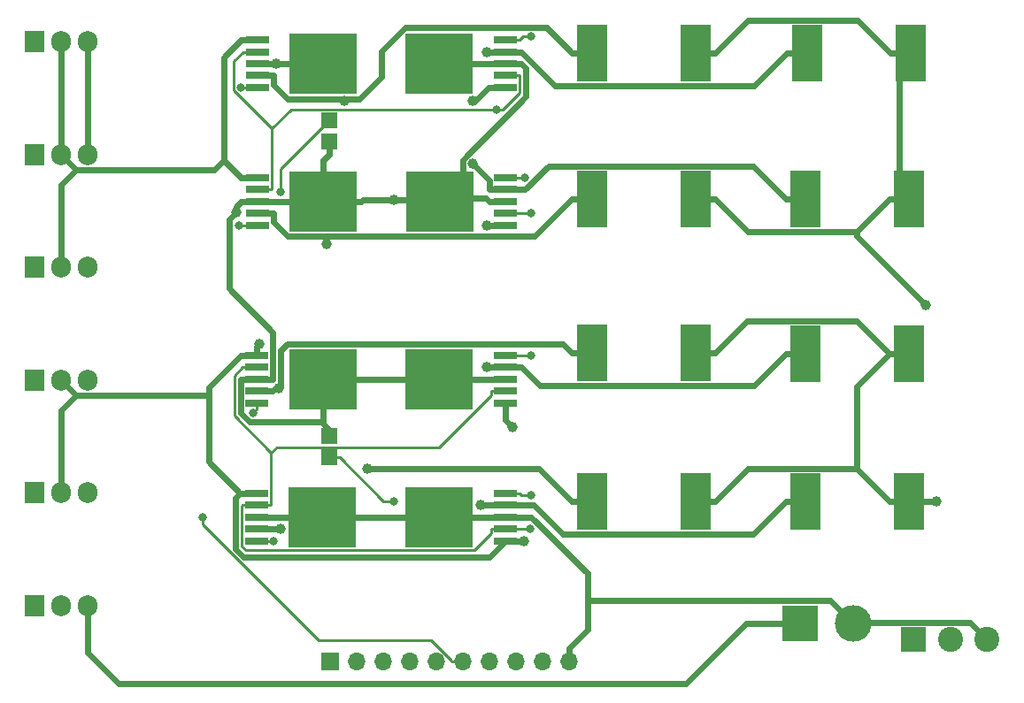
<source format=gbr>
%TF.GenerationSoftware,KiCad,Pcbnew,5.1.2-5.1.2*%
%TF.CreationDate,2019-08-03T11:47:28+02:00*%
%TF.ProjectId,TestDriverV2,54657374-4472-4697-9665-7256322e6b69,Rev 2*%
%TF.SameCoordinates,Original*%
%TF.FileFunction,Copper,L1,Top*%
%TF.FilePolarity,Positive*%
%FSLAX46Y46*%
G04 Gerber Fmt 4.6, Leading zero omitted, Abs format (unit mm)*
G04 Created by KiCad (PCBNEW 5.1.2-5.1.2) date 2019-08-03 11:47:28*
%MOMM*%
%LPD*%
G04 APERTURE LIST*
%ADD10R,2.400000X2.400000*%
%ADD11C,2.400000*%
%ADD12R,3.500120X3.500120*%
%ADD13C,3.500120*%
%ADD14R,1.700000X1.700000*%
%ADD15O,1.700000X1.700000*%
%ADD16R,1.524000X1.524000*%
%ADD17R,2.900000X5.400000*%
%ADD18R,1.905000X2.000000*%
%ADD19O,1.905000X2.000000*%
%ADD20R,6.400000X5.800000*%
%ADD21R,2.200000X0.800000*%
%ADD22C,1.000000*%
%ADD23C,0.800000*%
%ADD24C,0.600000*%
%ADD25C,0.250000*%
G04 APERTURE END LIST*
D10*
X121968000Y-163386000D03*
D11*
X125468000Y-163386000D03*
X128968000Y-163386000D03*
D12*
X111125000Y-161798000D03*
D13*
X116205000Y-161798000D03*
D14*
X66111100Y-165484000D03*
D15*
X68651100Y-165484000D03*
X71191100Y-165484000D03*
X73731100Y-165484000D03*
X76271100Y-165484000D03*
X78811100Y-165484000D03*
X81351100Y-165484000D03*
X83891100Y-165484000D03*
X86431100Y-165484000D03*
X88971100Y-165484000D03*
D16*
X66040000Y-113665000D03*
X66040000Y-115697000D03*
X66040000Y-143891000D03*
X66040000Y-145923000D03*
D17*
X91189000Y-107188000D03*
X101089000Y-107188000D03*
X91189000Y-121158000D03*
X101089000Y-121158000D03*
X121663000Y-107188000D03*
X111763000Y-107188000D03*
X121536000Y-121158000D03*
X111636000Y-121158000D03*
X101089000Y-135890000D03*
X91189000Y-135890000D03*
X101089000Y-150114000D03*
X91189000Y-150114000D03*
X111636000Y-136017000D03*
X121536000Y-136017000D03*
X111636000Y-150114000D03*
X121536000Y-150114000D03*
D18*
X37846000Y-106121000D03*
D19*
X40386000Y-106121000D03*
X42926000Y-106121000D03*
X42926000Y-116916000D03*
X40386000Y-116916000D03*
D18*
X37846000Y-116916000D03*
X37846000Y-127711000D03*
D19*
X40386000Y-127711000D03*
X42926000Y-127711000D03*
X42926000Y-138506000D03*
X40386000Y-138506000D03*
D18*
X37846000Y-138506000D03*
X37846000Y-149301000D03*
D19*
X40386000Y-149301000D03*
X42926000Y-149301000D03*
X42926000Y-160096000D03*
X40386000Y-160096000D03*
D18*
X37846000Y-160096000D03*
D20*
X65479800Y-108228000D03*
D21*
X59179800Y-110508000D03*
X59179800Y-109368000D03*
X59179800Y-108228000D03*
X59179800Y-107088000D03*
X59179800Y-105948000D03*
X59173000Y-119132000D03*
X59173000Y-120272000D03*
X59173000Y-121412000D03*
X59173000Y-122552000D03*
X59173000Y-123692000D03*
D20*
X65473000Y-121412000D03*
D21*
X82881000Y-110509000D03*
X82881000Y-109369000D03*
X82881000Y-108229000D03*
X82881000Y-107089000D03*
X82881000Y-105949000D03*
D20*
X76581000Y-108229000D03*
X76605000Y-121413000D03*
D21*
X82905000Y-119133000D03*
X82905000Y-120273000D03*
X82905000Y-121413000D03*
X82905000Y-122553000D03*
X82905000Y-123693000D03*
D20*
X65429000Y-138431000D03*
D21*
X59129000Y-140711000D03*
X59129000Y-139571000D03*
X59129000Y-138431000D03*
X59129000Y-137291000D03*
X59129000Y-136151000D03*
D20*
X65381000Y-151639000D03*
D21*
X59081000Y-153919000D03*
X59081000Y-152779000D03*
X59081000Y-151639000D03*
X59081000Y-150499000D03*
X59081000Y-149359000D03*
X82881000Y-140710000D03*
X82881000Y-139570000D03*
X82881000Y-138430000D03*
X82881000Y-137290000D03*
X82881000Y-136150000D03*
D20*
X76581000Y-138430000D03*
D21*
X82881000Y-153918000D03*
X82881000Y-152778000D03*
X82881000Y-151638000D03*
X82881000Y-150498000D03*
X82881000Y-149358000D03*
D20*
X76581000Y-151638000D03*
D22*
X72214200Y-121268200D03*
X60943400Y-108228000D03*
X57130500Y-122479200D03*
X81148600Y-123743800D03*
X79744200Y-111794100D03*
X84708900Y-153918000D03*
X83592900Y-143048600D03*
X59407600Y-135042700D03*
D23*
X57577800Y-110508000D03*
X57387300Y-123692000D03*
X85321100Y-105595800D03*
X84739700Y-119133000D03*
X58778500Y-141631600D03*
X60691100Y-153919000D03*
X85323300Y-136126600D03*
X85341000Y-149536000D03*
D22*
X67486200Y-111809300D03*
X65810300Y-125486100D03*
X81124600Y-107089000D03*
X79804100Y-117820200D03*
X61242600Y-139338200D03*
X69715100Y-146982700D03*
X61423700Y-152779000D03*
X81124700Y-137290000D03*
X80564800Y-150498000D03*
D23*
X53945800Y-151663300D03*
X61429400Y-120522600D03*
X72252100Y-150106000D03*
D22*
X123133400Y-131378500D03*
X124156000Y-150135000D03*
D23*
X82080300Y-112615700D03*
X85327000Y-122553000D03*
X85275600Y-152778000D03*
D24*
X60723300Y-121412000D02*
X65473000Y-121412000D01*
X57578700Y-138431000D02*
X57578700Y-141641200D01*
X57578700Y-141641200D02*
X58467500Y-142530000D01*
X58467500Y-142530000D02*
X65429000Y-142530000D01*
X82881000Y-151638000D02*
X84431300Y-151638000D01*
X90758500Y-159597500D02*
X90758500Y-157016400D01*
X90758500Y-157016400D02*
X85380100Y-151638000D01*
X85380100Y-151638000D02*
X84431300Y-151638000D01*
X72214200Y-121268200D02*
X69267100Y-121268200D01*
X69267100Y-121268200D02*
X69123300Y-121412000D01*
X76605000Y-121268200D02*
X72214200Y-121268200D01*
X65381000Y-151639000D02*
X59081000Y-151639000D01*
X65429000Y-142530000D02*
X65429000Y-141781300D01*
X66040000Y-143284800D02*
X65429000Y-142673800D01*
X65429000Y-142673800D02*
X65429000Y-142530000D01*
X59129000Y-138431000D02*
X57578700Y-138431000D01*
X65473000Y-121412000D02*
X69123300Y-121412000D01*
X76605000Y-121268200D02*
X76605000Y-121123400D01*
X76605000Y-121413000D02*
X76605000Y-121268200D01*
X65473000Y-121412000D02*
X65473000Y-117476300D01*
X65473000Y-117476300D02*
X66040000Y-116909300D01*
X66040000Y-115697000D02*
X66040000Y-116909300D01*
X59129000Y-138431000D02*
X60679300Y-138431000D01*
X57130500Y-122479200D02*
X56489600Y-123120100D01*
X56489600Y-123120100D02*
X56489600Y-129773000D01*
X56489600Y-129773000D02*
X60679300Y-133962700D01*
X60679300Y-133962700D02*
X60679300Y-138431000D01*
X78802400Y-121123400D02*
X81065100Y-121123400D01*
X81065100Y-121123400D02*
X81354700Y-121413000D01*
X76605000Y-121123400D02*
X78802400Y-121123400D01*
X78802400Y-121123400D02*
X78802400Y-117459900D01*
X78802400Y-117459900D02*
X84886500Y-111375800D01*
X84886500Y-111375800D02*
X84886500Y-108684200D01*
X84886500Y-108684200D02*
X84431300Y-108229000D01*
X82881000Y-108229000D02*
X84431300Y-108229000D01*
X60943400Y-108228000D02*
X65479800Y-108228000D01*
X59179800Y-108228000D02*
X60943400Y-108228000D01*
X82881000Y-108229000D02*
X76581000Y-108229000D01*
X57622700Y-121412000D02*
X57130500Y-121904200D01*
X57130500Y-121904200D02*
X57130500Y-122479200D01*
X90758500Y-159597500D02*
X90758500Y-162396300D01*
X90758500Y-162396300D02*
X88971100Y-164183700D01*
X90758500Y-159597500D02*
X114004500Y-159597500D01*
X114004500Y-159597500D02*
X116205000Y-161798000D01*
X88971100Y-165484000D02*
X88971100Y-164183700D01*
X76581000Y-151638000D02*
X82881000Y-151638000D01*
X59173000Y-121412000D02*
X57622700Y-121412000D01*
X59948200Y-121412000D02*
X59173000Y-121412000D01*
X59948200Y-121412000D02*
X60723300Y-121412000D01*
X82905000Y-121413000D02*
X81354700Y-121413000D01*
X76581000Y-138430000D02*
X72930700Y-138430000D01*
X69079300Y-138431000D02*
X72929700Y-138431000D01*
X72929700Y-138431000D02*
X72930700Y-138430000D01*
X128968000Y-163386000D02*
X127317600Y-161735600D01*
X127317600Y-161735600D02*
X116267400Y-161735600D01*
X116267400Y-161735600D02*
X116205000Y-161798000D01*
X65429000Y-138431000D02*
X69079300Y-138431000D01*
X82881000Y-138430000D02*
X76581000Y-138430000D01*
X65429000Y-138431000D02*
X65429000Y-141781300D01*
X69031300Y-151639000D02*
X69032300Y-151638000D01*
X69032300Y-151638000D02*
X76581000Y-151638000D01*
X66040000Y-143891000D02*
X66040000Y-143284800D01*
X65381000Y-151639000D02*
X69031300Y-151639000D01*
X42926000Y-116916000D02*
X42926000Y-106121000D01*
X42926000Y-164592000D02*
X42926000Y-160096000D01*
X45872707Y-167538707D02*
X42926000Y-164592000D01*
X100177293Y-167538707D02*
X45872707Y-167538707D01*
X111125000Y-161798000D02*
X105918000Y-161798000D01*
X105918000Y-161798000D02*
X100177293Y-167538707D01*
X81354700Y-123693000D02*
X81303900Y-123743800D01*
X81303900Y-123743800D02*
X81148600Y-123743800D01*
X82905000Y-123693000D02*
X81354700Y-123693000D01*
X81330700Y-110509000D02*
X80045600Y-111794100D01*
X80045600Y-111794100D02*
X79744200Y-111794100D01*
X41842300Y-118372300D02*
X40386000Y-119828600D01*
X40386000Y-119828600D02*
X40386000Y-127711000D01*
X55941100Y-117450400D02*
X55019200Y-118372300D01*
X55019200Y-118372300D02*
X41842300Y-118372300D01*
X41842300Y-118372300D02*
X40386000Y-116916000D01*
X55941100Y-117450400D02*
X57622700Y-119132000D01*
X57629500Y-105948000D02*
X55941100Y-107636400D01*
X55941100Y-107636400D02*
X55941100Y-117450400D01*
X82881000Y-110509000D02*
X81330700Y-110509000D01*
X59173000Y-119132000D02*
X57622700Y-119132000D01*
X59179800Y-105948000D02*
X57629500Y-105948000D01*
X40386000Y-107571300D02*
X40386000Y-116916000D01*
X40386000Y-106121000D02*
X40386000Y-107571300D01*
X82881000Y-153918000D02*
X81361600Y-155437400D01*
X81361600Y-155437400D02*
X57871600Y-155437400D01*
X57871600Y-155437400D02*
X57113100Y-154678900D01*
X57113100Y-154678900D02*
X57113100Y-149776600D01*
X57113100Y-149776600D02*
X57530700Y-149359000D01*
X84708900Y-153918000D02*
X82881000Y-153918000D01*
X57530700Y-149359000D02*
X54507000Y-146335300D01*
X54507000Y-146335300D02*
X54507000Y-139981500D01*
X82881000Y-140710000D02*
X82881000Y-142336700D01*
X82881000Y-142336700D02*
X83592900Y-143048600D01*
X41861500Y-139981500D02*
X40386000Y-138506000D01*
X54507000Y-139981500D02*
X41861500Y-139981500D01*
X40386000Y-149301000D02*
X40386000Y-141457000D01*
X40386000Y-141457000D02*
X41861500Y-139981500D01*
X54507000Y-139981500D02*
X54507000Y-139222700D01*
X54507000Y-139222700D02*
X57578700Y-136151000D01*
X59129000Y-136151000D02*
X57578700Y-136151000D01*
X59081000Y-149359000D02*
X57530700Y-149359000D01*
X59129000Y-136151000D02*
X59129000Y-135321300D01*
X59129000Y-135321300D02*
X59407600Y-135042700D01*
D25*
X59179800Y-110508000D02*
X57577800Y-110508000D01*
X59173000Y-123692000D02*
X57387300Y-123692000D01*
X84231000Y-105949000D02*
X84584200Y-105595800D01*
X84584200Y-105595800D02*
X85321100Y-105595800D01*
X82881000Y-105949000D02*
X84231000Y-105949000D01*
X82905000Y-119133000D02*
X84739700Y-119133000D01*
X59129000Y-140711000D02*
X59129000Y-141281100D01*
X59129000Y-141281100D02*
X58778500Y-141631600D01*
X60431000Y-153919000D02*
X60691100Y-153919000D01*
X59081000Y-153919000D02*
X60431000Y-153919000D01*
X82881000Y-136150000D02*
X84231000Y-136150000D01*
X84231000Y-136150000D02*
X84254400Y-136126600D01*
X84254400Y-136126600D02*
X85323300Y-136126600D01*
X82881000Y-149358000D02*
X84231000Y-149358000D01*
X84231000Y-149358000D02*
X84409000Y-149536000D01*
X84409000Y-149536000D02*
X85341000Y-149536000D01*
D24*
X67486200Y-111578400D02*
X68919100Y-111578400D01*
X68919100Y-111578400D02*
X71030400Y-109467100D01*
X71030400Y-109467100D02*
X71030400Y-107029400D01*
X71030400Y-107029400D02*
X73314300Y-104745500D01*
X73314300Y-104745500D02*
X86846200Y-104745500D01*
X86846200Y-104745500D02*
X89288700Y-107188000D01*
X60730100Y-109368000D02*
X60730100Y-110220200D01*
X60730100Y-110220200D02*
X62088300Y-111578400D01*
X62088300Y-111578400D02*
X67486200Y-111578400D01*
X67486200Y-111578400D02*
X67486200Y-111809300D01*
X91189000Y-107188000D02*
X89288700Y-107188000D01*
X59179800Y-109368000D02*
X60730100Y-109368000D01*
X65810300Y-124774700D02*
X85672000Y-124774700D01*
X85672000Y-124774700D02*
X89288700Y-121158000D01*
X60723300Y-122552000D02*
X60723300Y-123409700D01*
X60723300Y-123409700D02*
X62088300Y-124774700D01*
X62088300Y-124774700D02*
X65810300Y-124774700D01*
X65810300Y-124774700D02*
X65810300Y-125486100D01*
X91189000Y-121158000D02*
X89288700Y-121158000D01*
X59173000Y-122552000D02*
X60723300Y-122552000D01*
X81330700Y-107089000D02*
X81124600Y-107089000D01*
X111763000Y-107188000D02*
X109862700Y-107188000D01*
X82881000Y-107089000D02*
X84431300Y-107089000D01*
X84431300Y-107089000D02*
X87680700Y-110338400D01*
X87680700Y-110338400D02*
X106712300Y-110338400D01*
X106712300Y-110338400D02*
X109862700Y-107188000D01*
X82105900Y-107089000D02*
X82881000Y-107089000D01*
X82105900Y-107089000D02*
X81330700Y-107089000D01*
X82905000Y-120273000D02*
X81354700Y-120273000D01*
X81354700Y-120273000D02*
X81354700Y-119370800D01*
X81354700Y-119370800D02*
X79804100Y-117820200D01*
X109735700Y-121158000D02*
X106585300Y-118007600D01*
X106585300Y-118007600D02*
X87072200Y-118007600D01*
X87072200Y-118007600D02*
X84806800Y-120273000D01*
X84806800Y-120273000D02*
X82905000Y-120273000D01*
X111636000Y-121158000D02*
X109735700Y-121158000D01*
X60679300Y-139571000D02*
X60912100Y-139338200D01*
X60912100Y-139338200D02*
X61242600Y-139338200D01*
X89288700Y-135890000D02*
X88427600Y-135028900D01*
X88427600Y-135028900D02*
X62065300Y-135028900D01*
X62065300Y-135028900D02*
X61430700Y-135663500D01*
X61430700Y-135663500D02*
X61430700Y-139150100D01*
X61430700Y-139150100D02*
X61242600Y-139338200D01*
X91189000Y-135890000D02*
X89288700Y-135890000D01*
X59129000Y-139571000D02*
X60679300Y-139571000D01*
X89288700Y-150114000D02*
X86157400Y-146982700D01*
X86157400Y-146982700D02*
X69715100Y-146982700D01*
X91189000Y-150114000D02*
X89288700Y-150114000D01*
X59081000Y-152779000D02*
X61423700Y-152779000D01*
X111636000Y-136017000D02*
X109735700Y-136017000D01*
X82881000Y-137290000D02*
X84431300Y-137290000D01*
X84431300Y-137290000D02*
X86213500Y-139072200D01*
X86213500Y-139072200D02*
X106680500Y-139072200D01*
X106680500Y-139072200D02*
X109735700Y-136017000D01*
X82105900Y-137290000D02*
X82881000Y-137290000D01*
X81330700Y-137290000D02*
X81124700Y-137290000D01*
X82105900Y-137290000D02*
X81330700Y-137290000D01*
X111636000Y-150114000D02*
X109735700Y-150114000D01*
X82881000Y-150498000D02*
X85646400Y-150498000D01*
X85646400Y-150498000D02*
X88412800Y-153264400D01*
X88412800Y-153264400D02*
X106585300Y-153264400D01*
X106585300Y-153264400D02*
X109735700Y-150114000D01*
X80564800Y-150498000D02*
X82881000Y-150498000D01*
D25*
X78811100Y-165484000D02*
X77711100Y-165484000D01*
X53945800Y-151663300D02*
X53945800Y-152371100D01*
X53945800Y-152371100D02*
X65023300Y-163448600D01*
X65023300Y-163448600D02*
X75789700Y-163448600D01*
X75789700Y-163448600D02*
X77711100Y-165370000D01*
X77711100Y-165370000D02*
X77711100Y-165484000D01*
X66040000Y-113665000D02*
X61429400Y-118275600D01*
X61429400Y-118275600D02*
X61429400Y-120522600D01*
X66040000Y-145923000D02*
X67052000Y-145923000D01*
X67052000Y-145923000D02*
X71235000Y-150106000D01*
X71235000Y-150106000D02*
X72252100Y-150106000D01*
D24*
X120585900Y-107188000D02*
X119762700Y-107188000D01*
X121663000Y-107188000D02*
X120585900Y-107188000D01*
X120585900Y-121158000D02*
X119635700Y-121158000D01*
X121536000Y-121158000D02*
X120585900Y-121158000D01*
X120585900Y-121158000D02*
X120585900Y-107188000D01*
X116485300Y-124308400D02*
X106139700Y-124308400D01*
X106139700Y-124308400D02*
X102989300Y-121158000D01*
X119635700Y-121158000D02*
X116485300Y-124308400D01*
X123133400Y-131378500D02*
X116485300Y-124730400D01*
X116485300Y-124730400D02*
X116485300Y-124308400D01*
X101089000Y-121158000D02*
X102989300Y-121158000D01*
X101089000Y-107188000D02*
X102989300Y-107188000D01*
X119762700Y-107188000D02*
X116612300Y-104037600D01*
X116612300Y-104037600D02*
X106139700Y-104037600D01*
X106139700Y-104037600D02*
X102989300Y-107188000D01*
X116485300Y-146963600D02*
X119635700Y-150114000D01*
X102989300Y-150114000D02*
X106139700Y-146963600D01*
X106139700Y-146963600D02*
X116485300Y-146963600D01*
X116485300Y-146963600D02*
X116485300Y-139167400D01*
X116485300Y-139167400D02*
X119635700Y-136017000D01*
X121536000Y-136017000D02*
X119635700Y-136017000D01*
X101089000Y-135890000D02*
X102989300Y-135890000D01*
X102989300Y-135890000D02*
X106012700Y-132866600D01*
X106012700Y-132866600D02*
X116485300Y-132866600D01*
X116485300Y-132866600D02*
X119635700Y-136017000D01*
X121536000Y-150114000D02*
X119635700Y-150114000D01*
X101089000Y-150114000D02*
X102989300Y-150114000D01*
X124156000Y-150135000D02*
X123457300Y-150135000D01*
X123457300Y-150135000D02*
X123436300Y-150114000D01*
X121536000Y-150114000D02*
X123436300Y-150114000D01*
D25*
X82080300Y-112615700D02*
X62380900Y-112615700D01*
X62380900Y-112615700D02*
X60574800Y-114421800D01*
X84231000Y-109369000D02*
X84256400Y-109394400D01*
X84256400Y-109394400D02*
X84256400Y-111033700D01*
X84256400Y-111033700D02*
X82674400Y-112615700D01*
X82674400Y-112615700D02*
X82080300Y-112615700D01*
X82881000Y-109369000D02*
X84231000Y-109369000D01*
X60574800Y-114421800D02*
X56904100Y-110751100D01*
X56904100Y-110751100D02*
X56904100Y-108013700D01*
X56904100Y-108013700D02*
X57829800Y-107088000D01*
X60523000Y-120272000D02*
X60574800Y-120220200D01*
X60574800Y-120220200D02*
X60574800Y-114421800D01*
X59179800Y-107088000D02*
X57829800Y-107088000D01*
X59173000Y-120272000D02*
X60523000Y-120272000D01*
X84180100Y-122553000D02*
X85327000Y-122553000D01*
X82905000Y-122553000D02*
X84180100Y-122553000D01*
X82881000Y-152778000D02*
X85275600Y-152778000D01*
X59081000Y-150499000D02*
X57731000Y-150499000D01*
X82881000Y-152778000D02*
X81531000Y-152778000D01*
X81531000Y-152778000D02*
X81531000Y-153210300D01*
X81531000Y-153210300D02*
X79926900Y-154814400D01*
X79926900Y-154814400D02*
X58095300Y-154814400D01*
X58095300Y-154814400D02*
X57705700Y-154424800D01*
X57705700Y-154424800D02*
X57705700Y-150524300D01*
X57705700Y-150524300D02*
X57731000Y-150499000D01*
X82881000Y-139570000D02*
X81531000Y-139570000D01*
X60507700Y-145492600D02*
X60507700Y-150422300D01*
X60507700Y-150422300D02*
X60431000Y-150499000D01*
X81531000Y-139570000D02*
X81531000Y-139980200D01*
X81531000Y-139980200D02*
X76579200Y-144932000D01*
X76579200Y-144932000D02*
X61068300Y-144932000D01*
X61068300Y-144932000D02*
X60507700Y-145492600D01*
X60507700Y-145492600D02*
X56972200Y-141957100D01*
X56972200Y-141957100D02*
X56972200Y-138097800D01*
X56972200Y-138097800D02*
X57779000Y-137291000D01*
X59129000Y-137291000D02*
X57779000Y-137291000D01*
X59081000Y-150499000D02*
X60431000Y-150499000D01*
M02*

</source>
